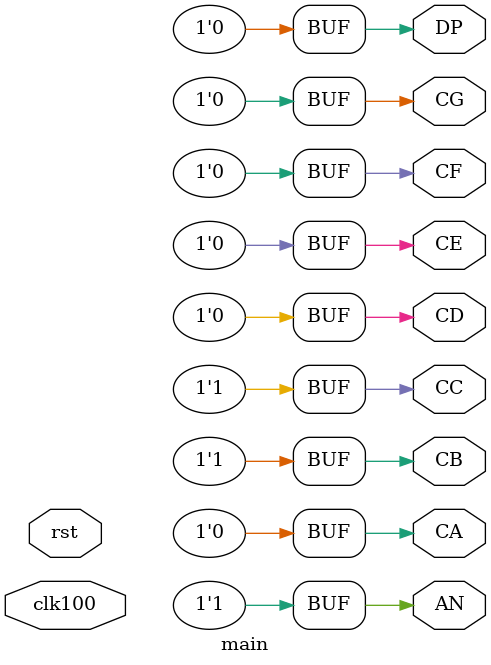
<source format=v>
`timescale 1ns / 1ps


module main(
    input clk100,
    input rst,
    output CA,
    output CB,
    output CC,
    output CD,
    output CE,
    output CF,
    output CG,
    output DP,
    output AN
    );
   
   assign CA = 1'b0 ;  
   assign CB = 1'b1 ; 
   assign CC = 1'b1 ; 
   assign CD = 1'b0 ; 
   assign CE = 1'b0 ; 
   assign CF = 1'b0 ; 
   assign CG = 1'b0 ; 
   assign DP = 1'b0 ; 
   assign AN = 1'b1 ; 
    
endmodule

</source>
